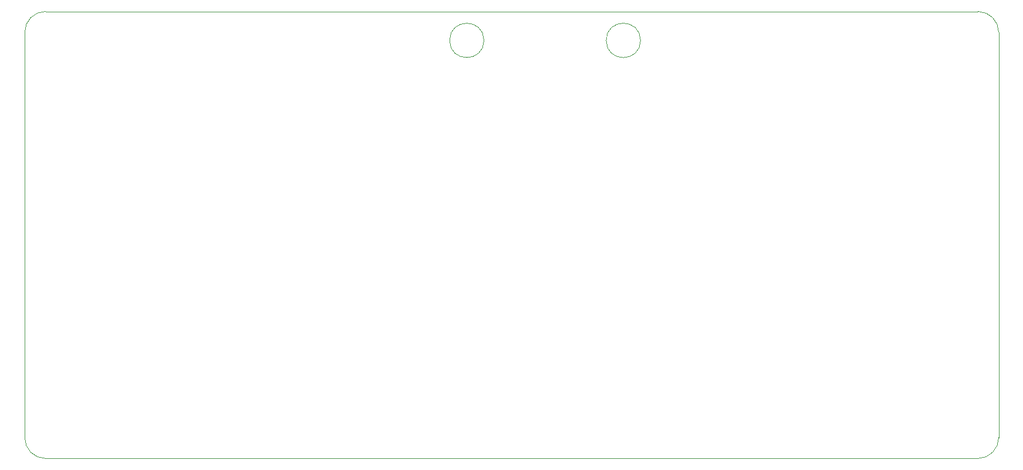
<source format=gbr>
%TF.GenerationSoftware,KiCad,Pcbnew,(6.0.4)*%
%TF.CreationDate,2024-03-18T00:53:08-04:00*%
%TF.ProjectId,Scoreboard,53636f72-6562-46f6-9172-642e6b696361,rev?*%
%TF.SameCoordinates,Original*%
%TF.FileFunction,Profile,NP*%
%FSLAX46Y46*%
G04 Gerber Fmt 4.6, Leading zero omitted, Abs format (unit mm)*
G04 Created by KiCad (PCBNEW (6.0.4)) date 2024-03-18 00:53:08*
%MOMM*%
%LPD*%
G01*
G04 APERTURE LIST*
%TA.AperFunction,Profile*%
%ADD10C,0.100000*%
%TD*%
G04 APERTURE END LIST*
D10*
X132250000Y-33575000D02*
G75*
G03*
X132250000Y-33575000I-2480045J0D01*
G01*
X154835090Y-33575000D02*
G75*
G03*
X154835090Y-33575000I-2480045J0D01*
G01*
X206500000Y-32400000D02*
G75*
G03*
X203500000Y-29400000I-3000000J0D01*
G01*
X66000000Y-90900000D02*
X66000000Y-32400000D01*
X69000000Y-29400000D02*
G75*
G03*
X66000000Y-32400000I0J-3000000D01*
G01*
X66000000Y-90900000D02*
G75*
G03*
X69000000Y-93900000I3000000J0D01*
G01*
X206500000Y-32400000D02*
X206500000Y-90900000D01*
X69000000Y-93900000D02*
X203500000Y-93900000D01*
X69000000Y-29400000D02*
X203500000Y-29400000D01*
X203500000Y-93900000D02*
G75*
G03*
X206500000Y-90900000I0J3000000D01*
G01*
M02*

</source>
